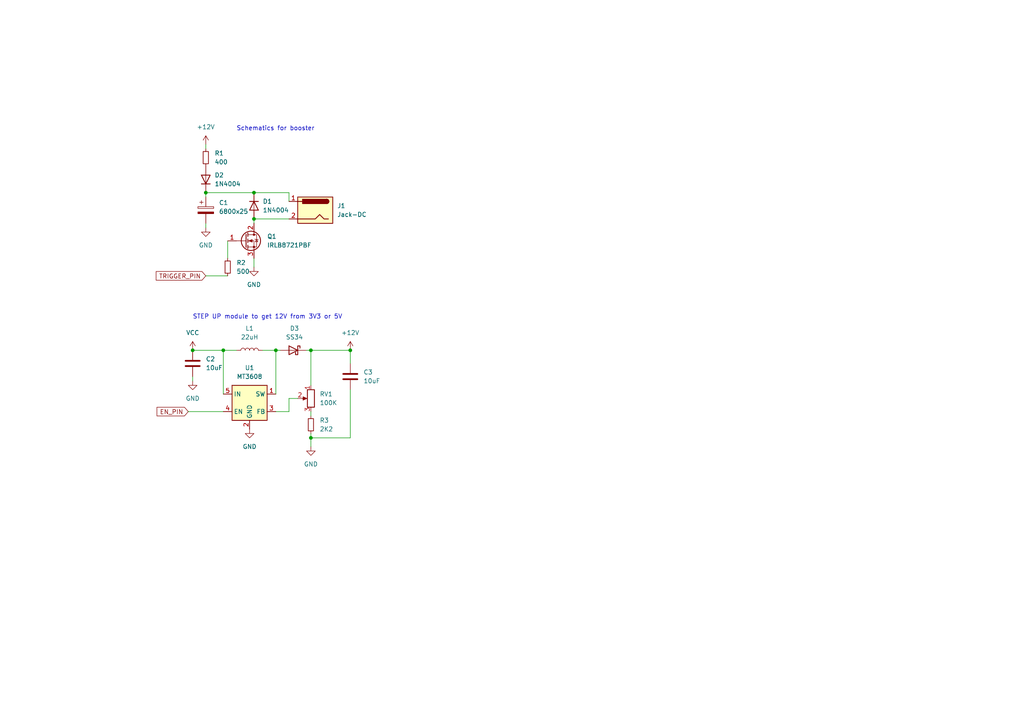
<source format=kicad_sch>
(kicad_sch (version 20211123) (generator eeschema)
  (paper "A4")
  (lib_symbols
    (symbol "Connector:Jack-DC" (pin_names (offset 1.016))
      (property "Reference" "J" (at 0 5.334 0))
      (property "Value" "Jack-DC" (at 0 -5.08 0))
      (symbol "Jack-DC_0_1"
        (rectangle (start -5.08 3.81) (end 5.08 -3.81) (stroke (width 0.254)) (fill (type background)))
        (arc (start -3.302 3.175) (mid -3.937 2.54) (end -3.302 1.905) (stroke (width 0.254)))
        (arc (start -3.302 3.175) (mid -3.937 2.54) (end -3.302 1.905) (stroke (width 0.254)) (fill (type outline)))
        (polyline (pts (xy 5.08 2.54) (xy 3.81 2.54)) (stroke (width 0.254)))
        (polyline (pts (xy -3.81 -2.54) (xy -2.54 -2.54) (xy -1.27 -1.27) (xy 0 -2.54) (xy 2.54 -2.54) (xy 5.08 -2.54)) (stroke (width 0.254)))
        (rectangle (start 3.683 3.175) (end -3.302 1.905) (stroke (width 0.254)) (fill (type outline)))
      )
      (symbol "Jack-DC_1_1"
        (pin passive line (at 7.62 2.54 180) (length 2.54) (name "~") (number "1"))
        (pin passive line (at 7.62 -2.54 180) (length 2.54) (name "~") (number "2"))
      )
    )
    (symbol "Device:C" (pin_numbers hide) (pin_names (offset 0.254))
      (property "Reference" "C" (at 0.635 2.54 0))
      (property "Value" "C" (at 0.635 -2.54 0))
      (symbol "C_0_1"
        (polyline (pts (xy -2.032 -0.762) (xy 2.032 -0.762)) (stroke (width 0.508)))
        (polyline (pts (xy -2.032 0.762) (xy 2.032 0.762)) (stroke (width 0.508)))
      )
      (symbol "C_1_1"
        (pin passive line (at 0 3.81 270) (length 2.794) (name "~") (number "1"))
        (pin passive line (at 0 -3.81 90) (length 2.794) (name "~") (number "2"))
      )
    )
    (symbol "Device:C_Polarized" (pin_numbers hide) (pin_names (offset 0.254))
      (property "Reference" "C" (at 0.635 2.54 0))
      (property "Value" "C_Polarized" (at 0.635 -2.54 0))
      (symbol "C_Polarized_0_1"
        (rectangle (start -2.286 0.508) (end 2.286 1.016))
        (polyline (pts (xy -1.778 2.286) (xy -0.762 2.286)))
        (polyline (pts (xy -1.27 2.794) (xy -1.27 1.778)))
        (rectangle (start 2.286 -0.508) (end -2.286 -1.016) (fill (type outline)))
      )
      (symbol "C_Polarized_1_1"
        (pin passive line (at 0 3.81 270) (length 2.794) (name "~") (number "1"))
        (pin passive line (at 0 -3.81 90) (length 2.794) (name "~") (number "2"))
      )
    )
    (symbol "Device:D_Schottky" (pin_numbers hide) (pin_names (offset 1.016) hide)
      (property "Reference" "D" (at 0 2.54 0))
      (property "Value" "D_Schottky" (at 0 -2.54 0))
      (symbol "D_Schottky_0_1"
        (polyline (pts (xy 1.27 0) (xy -1.27 0)))
        (polyline (pts (xy 1.27 1.27) (xy 1.27 -1.27) (xy -1.27 0) (xy 1.27 1.27)) (stroke (width 0.254)))
        (polyline (pts (xy -1.905 0.635) (xy -1.905 1.27) (xy -1.27 1.27) (xy -1.27 -1.27) (xy -0.635 -1.27) (xy -0.635 -0.635)) (stroke (width 0.254)))
      )
      (symbol "D_Schottky_1_1"
        (pin passive line (at -3.81 0 0) (length 2.54) (name "K") (number "1"))
        (pin passive line (at 3.81 0 180) (length 2.54) (name "A") (number "2"))
      )
    )
    (symbol "Device:L" (pin_numbers hide) (pin_names (offset 1.016) hide)
      (property "Reference" "L" (at -1.27 0 90))
      (property "Value" "L" (at 1.905 0 90))
      (symbol "L_0_1"
        (arc (start 0 -2.54) (mid 0.635 -1.905) (end 0 -1.27))
        (arc (start 0 -1.27) (mid 0.635 -0.635) (end 0 0))
        (arc (start 0 0) (mid 0.635 0.635) (end 0 1.27))
        (arc (start 0 1.27) (mid 0.635 1.905) (end 0 2.54))
      )
      (symbol "L_1_1"
        (pin passive line (at 0 3.81 270) (length 1.27) (name "1") (number "1"))
        (pin passive line (at 0 -3.81 90) (length 1.27) (name "2") (number "2"))
      )
    )
    (symbol "Device:R_Potentiometer" (pin_names (offset 1.016) hide)
      (property "Reference" "RV" (at -4.445 0 90))
      (property "Value" "R_Potentiometer" (at -2.54 0 90))
      (symbol "R_Potentiometer_0_1"
        (polyline (pts (xy 2.54 0) (xy 1.524 0)))
        (polyline (pts (xy 1.143 0) (xy 2.286 0.508) (xy 2.286 -0.508) (xy 1.143 0)) (fill (type outline)))
        (rectangle (start 1.016 2.54) (end -1.016 -2.54) (stroke (width 0.254)))
      )
      (symbol "R_Potentiometer_1_1"
        (pin passive line (at 0 3.81 270) (length 1.27) (name "1") (number "1"))
        (pin passive line (at 3.81 0 180) (length 1.27) (name "2") (number "2"))
        (pin passive line (at 0 -3.81 90) (length 1.27) (name "3") (number "3"))
      )
    )
    (symbol "Device:R_Small" (pin_numbers hide) (pin_names (offset 0.254) hide)
      (property "Reference" "R" (at 0.762 0.508 0))
      (property "Value" "R_Small" (at 0.762 -1.016 0))
      (symbol "R_Small_0_1"
        (rectangle (start -0.762 1.778) (end 0.762 -1.778) (stroke (width 0.2032)))
      )
      (symbol "R_Small_1_1"
        (pin passive line (at 0 2.54 270) (length 0.762) (name "~") (number "1"))
        (pin passive line (at 0 -2.54 90) (length 0.762) (name "~") (number "2"))
      )
    )
    (symbol "Diode:1N4004" (pin_numbers hide) (pin_names (offset 1.016) hide)
      (property "Reference" "D" (at 0 2.54 0))
      (property "Value" "1N4004" (at 0 -2.54 0))
      (symbol "1N4004_0_1"
        (polyline (pts (xy -1.27 1.27) (xy -1.27 -1.27)) (stroke (width 0.254)))
        (polyline (pts (xy 1.27 0) (xy -1.27 0)))
        (polyline (pts (xy 1.27 1.27) (xy 1.27 -1.27) (xy -1.27 0) (xy 1.27 1.27)) (stroke (width 0.254)))
      )
      (symbol "1N4004_1_1"
        (pin passive line (at -3.81 0 0) (length 2.54) (name "K") (number "1"))
        (pin passive line (at 3.81 0 180) (length 2.54) (name "A") (number "2"))
      )
    )
    (symbol "Regulator_Switching:MT3608"
      (property "Reference" "U" (at -2.54 8.89 0))
      (property "Value" "MT3608" (at -3.81 6.35 0))
      (symbol "MT3608_0_1"
        (rectangle (start -5.08 5.08) (end 5.08 -5.08) (stroke (width 0.254)) (fill (type background)))
      )
      (symbol "MT3608_1_1"
        (pin passive line (at 7.62 2.54 180) (length 2.54) (name "SW") (number "1"))
        (pin power_in line (at 0 -7.62 90) (length 2.54) (name "GND") (number "2"))
        (pin input line (at 7.62 -2.54 180) (length 2.54) (name "FB") (number "3"))
        (pin input line (at -7.62 -2.54 0) (length 2.54) (name "EN") (number "4"))
        (pin power_in line (at -7.62 2.54 0) (length 2.54) (name "IN") (number "5"))
        (pin no_connect line (at 5.08 0 180) (length 2.54) hide (name "NC") (number "6"))
      )
    )
    (symbol "Transistor_FET:IRLB8721PBF" (pin_names hide)
      (property "Reference" "Q" (at 6.35 1.905 0))
      (property "Value" "IRLB8721PBF" (at 6.35 0 0))
      (symbol "IRLB8721PBF_0_1"
        (polyline (pts (xy 0.254 0) (xy -2.54 0)))
        (polyline (pts (xy 0.254 1.905) (xy 0.254 -1.905)) (stroke (width 0.254)))
        (polyline (pts (xy 0.762 -1.27) (xy 0.762 -2.286)) (stroke (width 0.254)))
        (polyline (pts (xy 0.762 0.508) (xy 0.762 -0.508)) (stroke (width 0.254)))
        (polyline (pts (xy 0.762 2.286) (xy 0.762 1.27)) (stroke (width 0.254)))
        (polyline (pts (xy 2.54 2.54) (xy 2.54 1.778)))
        (polyline (pts (xy 2.54 -2.54) (xy 2.54 0) (xy 0.762 0)))
        (polyline (pts (xy 0.762 -1.778) (xy 3.302 -1.778) (xy 3.302 1.778) (xy 0.762 1.778)))
        (polyline (pts (xy 1.016 0) (xy 2.032 0.381) (xy 2.032 -0.381) (xy 1.016 0)) (fill (type outline)))
        (polyline (pts (xy 2.794 0.508) (xy 2.921 0.381) (xy 3.683 0.381) (xy 3.81 0.254)))
        (polyline (pts (xy 3.302 0.381) (xy 2.921 -0.254) (xy 3.683 -0.254) (xy 3.302 0.381)))
        (circle (center 1.651 0) (radius 2.794) (stroke (width 0.254)))
        (circle (center 2.54 -1.778) (radius 0.254) (fill (type outline)))
        (circle (center 2.54 1.778) (radius 0.254) (fill (type outline)))
      )
      (symbol "IRLB8721PBF_1_1"
        (pin input line (at -5.08 0 0) (length 2.54) (name "G") (number "1"))
        (pin passive line (at 2.54 5.08 270) (length 2.54) (name "D") (number "2"))
        (pin passive line (at 2.54 -5.08 90) (length 2.54) (name "S") (number "3"))
      )
    )
    (symbol "power:+12V" (power) (pin_names (offset 0))
      (property "Value" "+12V" (at 0 3.556 0))
      (symbol "+12V_0_1"
        (polyline (pts (xy -0.762 1.27) (xy 0 2.54)))
        (polyline (pts (xy 0 0) (xy 0 2.54)))
        (polyline (pts (xy 0 2.54) (xy 0.762 1.27)))
      )
      (symbol "+12V_1_1"
        (pin power_in line (at 0 0 90) (length 0) hide (name "+12V") (number "1"))
      )
    )
    (symbol "power:GND" (power) (pin_names (offset 0))
      (property "Value" "GND" (at 0 -3.81 0))
      (symbol "GND_0_1"
        (polyline (pts (xy 0 0) (xy 0 -1.27) (xy 1.27 -1.27) (xy 0 -2.54) (xy -1.27 -1.27) (xy 0 -1.27)))
      )
      (symbol "GND_1_1"
        (pin power_in line (at 0 0 270) (length 0) hide (name "GND") (number "1"))
      )
    )
    (symbol "power:VCC" (power) (pin_names (offset 0))
      (property "Value" "VCC" (at 0 3.81 0))
      (symbol "VCC_0_1"
        (polyline (pts (xy -0.762 1.27) (xy 0 2.54)))
        (polyline (pts (xy 0 0) (xy 0 2.54)))
        (polyline (pts (xy 0 2.54) (xy 0.762 1.27)))
      )
      (symbol "VCC_1_1"
        (pin power_in line (at 0 0 90) (length 0) hide (name "VCC") (number "1"))
      )
    )
  )
  (junction (at 73.66 63.5))
  (junction (at 64.77 101.6))
  (junction (at 101.6 101.6))
  (junction (at 55.88 101.6))
  (junction (at 80.01 101.6))
  (junction (at 90.17 127))
  (junction (at 59.69 55.88))
  (junction (at 90.17 101.6))
  (junction (at 73.66 55.88))
  (wire (pts (xy 59.69 41.91) (xy 59.69 43.18)))
  (wire (pts (xy 83.82 115.57) (xy 83.82 119.38)))
  (wire (pts (xy 66.04 74.93) (xy 66.04 69.85)))
  (wire (pts (xy 90.17 101.6) (xy 101.6 101.6)))
  (wire (pts (xy 83.82 55.88) (xy 83.82 58.42)))
  (wire (pts (xy 73.66 74.93) (xy 73.66 77.47)))
  (wire (pts (xy 83.82 119.38) (xy 80.01 119.38)))
  (wire (pts (xy 55.88 109.22) (xy 55.88 110.49)))
  (wire (pts (xy 59.69 55.88) (xy 59.69 57.15)))
  (wire (pts (xy 101.6 101.6) (xy 101.6 105.41)))
  (wire (pts (xy 64.77 101.6) (xy 68.58 101.6)))
  (wire (pts (xy 59.69 64.77) (xy 59.69 66.04)))
  (wire (pts (xy 54.61 119.38) (xy 64.77 119.38)))
  (wire (pts (xy 80.01 101.6) (xy 81.28 101.6)))
  (wire (pts (xy 73.66 55.88) (xy 83.82 55.88)))
  (wire (pts (xy 80.01 101.6) (xy 80.01 114.3)))
  (wire (pts (xy 101.6 127) (xy 90.17 127)))
  (wire (pts (xy 76.2 101.6) (xy 80.01 101.6)))
  (wire (pts (xy 90.17 119.38) (xy 90.17 120.65)))
  (wire (pts (xy 90.17 101.6) (xy 90.17 111.76)))
  (wire (pts (xy 88.9 101.6) (xy 90.17 101.6)))
  (wire (pts (xy 59.69 80.01) (xy 66.04 80.01)))
  (wire (pts (xy 55.88 101.6) (xy 64.77 101.6)))
  (wire (pts (xy 90.17 129.54) (xy 90.17 127)))
  (wire (pts (xy 73.66 63.5) (xy 83.82 63.5)))
  (wire (pts (xy 86.36 115.57) (xy 83.82 115.57)))
  (wire (pts (xy 64.77 114.3) (xy 64.77 101.6)))
  (wire (pts (xy 59.69 55.88) (xy 73.66 55.88)))
  (wire (pts (xy 90.17 127) (xy 90.17 125.73)))
  (wire (pts (xy 73.66 64.77) (xy 73.66 63.5)))
  (wire (pts (xy 101.6 113.03) (xy 101.6 127)))
  (text "Schematics for booster" (at 68.58 38.1 0) (effects (font (size 1.27 1.27)) (justify left bottom)))
  (text "STEP UP module to get 12V from 3V3 or 5V" (at 55.88 92.71 0) (effects (font (size 1.27 1.27)) (justify left bottom)))
  (global_label "TRIGGER_PIN" (shape input) (at 59.69 80.01 180) (property "Intersheet References" "${INTERSHEET_REFS}" (effects hide)))
  (global_label "EN_PIN" (shape input) (at 54.61 119.38 180) (property "Intersheet References" "${INTERSHEET_REFS}" (effects hide)))
  (symbol (lib_id "Device:C") (at 101.6 109.22 0) (unit 1)
    (property "Reference" "C3" (at 105.41 107.9499 0) (effects (justify left)))
    (property "Value" "10uF" (at 105.41 110.4899 0) (effects (justify left)))
    (property "Footprint" "Capacitor_SMD:C_1206_3216Metric" (effects hide))
  )
  (symbol (lib_id "power:GND") (at 55.88 110.49 0) (unit 1)
    (property "Reference" "#PWR0107" (effects hide))
    (property "Value" "GND" (at 55.88 115.57 0))
  )
  (symbol (lib_id "Regulator_Switching:MT3608") (at 72.39 116.84 0) (unit 1)
    (property "Reference" "U1" (at 72.39 106.68 0))
    (property "Value" "MT3608" (at 72.39 109.22 0))
    (property "Footprint" "Package_TO_SOT_SMD:SOT-23-6" (effects hide))
    (property "Datasheet" "https://www.olimex.com/Products/Breadboarding/BB-PWR-3608/resources/MT3608.pdf" (effects hide))
  )
  (symbol (lib_id "Device:R_Small") (at 66.04 77.47 0) (unit 1)
    (property "Reference" "R2" (at 68.58 76.1999 0) (effects (justify left)))
    (property "Value" "500" (at 68.58 78.7399 0) (effects (justify left)))
    (property "Footprint" "Resistor_SMD:R_0805_2012Metric" (effects hide))
  )
  (symbol (lib_id "Device:R_Small") (at 90.17 123.19 0) (unit 1)
    (property "Reference" "R3" (at 92.71 121.9199 0) (effects (justify left)))
    (property "Value" "2K2" (at 92.71 124.4599 0) (effects (justify left)))
    (property "Footprint" "Resistor_SMD:R_0805_2012Metric" (effects hide))
  )
  (symbol (lib_id "Diode:1N4004") (at 59.69 52.07 90) (unit 1)
    (property "Reference" "D2" (at 62.23 50.7999 90) (effects (justify right)))
    (property "Value" "1N4004" (at 62.23 53.3399 90) (effects (justify right)))
    (property "Footprint" "Diode_THT:D_DO-41_SOD81_P10.16mm_Horizontal" (effects hide))
    (property "Datasheet" "http://www.vishay.com/docs/88503/1n4001.pdf" (effects hide))
  )
  (symbol (lib_id "Connector:Jack-DC") (at 91.44 60.96 0) (mirror y) (unit 1)
    (property "Reference" "J1" (at 97.79 59.6899 0) (effects (justify right)))
    (property "Value" "Jack-DC" (at 97.79 62.2299 0) (effects (justify right)))
    (property "Footprint" "Connector_BarrelJack:BarrelJack_SwitchcraftConxall_RAPC10U_Horizontal" (effects hide))
  )
  (symbol (lib_id "Transistor_FET:IRLB8721PBF") (at 71.12 69.85 0) (unit 1)
    (property "Reference" "Q1" (at 77.47 68.5799 0) (effects (justify left)))
    (property "Value" "IRLB8721PBF" (at 77.47 71.1199 0) (effects (justify left)))
    (property "Footprint" "Package_TO_SOT_THT:TO-220-3_Vertical" (effects hide))
    (property "Datasheet" "http://www.infineon.com/dgdl/irlb8721pbf.pdf?fileId=5546d462533600a40153566056732591" (effects hide))
  )
  (symbol (lib_id "power:GND") (at 90.17 129.54 0) (unit 1)
    (property "Reference" "#PWR0105" (effects hide))
    (property "Value" "GND" (at 90.17 134.62 0))
  )
  (symbol (lib_id "Device:R_Small") (at 59.69 45.72 0) (unit 1)
    (property "Reference" "R1" (at 62.23 44.4499 0) (effects (justify left)))
    (property "Value" "400" (at 62.23 46.9899 0) (effects (justify left)))
    (property "Footprint" "Resistor_SMD:R_0805_2012Metric" (effects hide))
  )
  (symbol (lib_id "power:GND") (at 72.39 124.46 0) (unit 1)
    (property "Reference" "#PWR0104" (effects hide))
    (property "Value" "GND" (at 72.39 129.54 0))
  )
  (symbol (lib_id "Device:C") (at 55.88 105.41 0) (unit 1)
    (property "Reference" "C2" (at 59.69 104.1399 0) (effects (justify left)))
    (property "Value" "10uF" (at 59.69 106.6799 0) (effects (justify left)))
    (property "Footprint" "Capacitor_SMD:C_1206_3216Metric" (effects hide))
  )
  (symbol (lib_id "power:GND") (at 73.66 77.47 0) (unit 1)
    (property "Reference" "#PWR0103" (effects hide))
    (property "Value" "GND" (at 73.66 82.55 0))
  )
  (symbol (lib_id "Device:R_Potentiometer") (at 90.17 115.57 0) (mirror y) (unit 1)
    (property "Reference" "RV1" (at 92.71 114.2999 0) (effects (justify right)))
    (property "Value" "100K" (at 92.71 116.8399 0) (effects (justify right)))
    (property "Footprint" "Potentiometer_THT:Potentiometer_Vishay_T73YP_Vertical" (effects hide))
  )
  (symbol (lib_id "Device:D_Schottky") (at 85.09 101.6 0) (mirror y) (unit 1)
    (property "Reference" "D3" (at 85.4075 95.25 0))
    (property "Value" "SS34" (at 85.4075 97.79 0))
    (property "Footprint" "Diode_SMD:D_SMC_Handsoldering" (effects hide))
  )
  (symbol (lib_id "power:GND") (at 59.69 66.04 0) (unit 1)
    (property "Reference" "#PWR0102" (effects hide))
    (property "Value" "GND" (at 59.69 71.12 0))
  )
  (symbol (lib_id "power:+12V") (at 59.69 41.91 0) (unit 1)
    (property "Reference" "#PWR0101" (effects hide))
    (property "Value" "+12V" (at 59.69 36.83 0))
  )
  (symbol (lib_id "power:+12V") (at 101.6 101.6 0) (unit 1)
    (property "Reference" "#PWR0106" (effects hide))
    (property "Value" "+12V" (at 101.6 96.52 0))
  )
  (symbol (lib_id "Diode:1N4004") (at 73.66 59.69 270) (unit 1)
    (property "Reference" "D1" (at 76.2 58.4199 90) (effects (justify left)))
    (property "Value" "1N4004" (at 76.2 60.9599 90) (effects (justify left)))
    (property "Footprint" "Diode_THT:D_DO-41_SOD81_P10.16mm_Horizontal" (effects hide))
    (property "Datasheet" "http://www.vishay.com/docs/88503/1n4001.pdf" (effects hide))
  )
  (symbol (lib_id "power:VCC") (at 55.88 101.6 0) (unit 1)
    (property "Reference" "#PWR0108" (effects hide))
    (property "Value" "VCC" (at 55.88 96.52 0))
  )
  (symbol (lib_id "Device:L") (at 72.39 101.6 90) (unit 1)
    (property "Reference" "L1" (at 72.39 95.25 90))
    (property "Value" "22uH" (at 72.39 97.79 90))
    (property "Footprint" "Inductor_SMD:L_7.3x7.3_H4.5" (effects hide))
  )
  (symbol (lib_id "Device:C_Polarized") (at 59.69 60.96 0) (unit 1)
    (property "Reference" "C1" (at 63.5 58.8009 0) (effects (justify left)))
    (property "Value" "6800x25" (at 63.5 61.3409 0) (effects (justify left)))
  )
)
</source>
